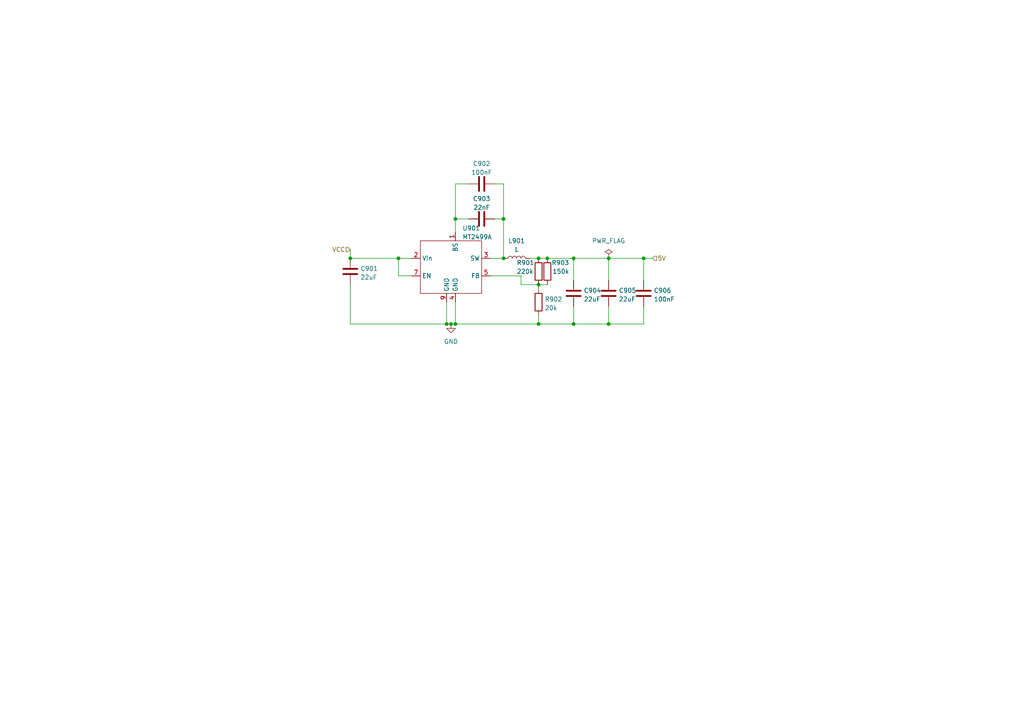
<source format=kicad_sch>
(kicad_sch (version 20230121) (generator eeschema)
  (paper "A4")
  (lib_symbols
    (symbol "Device:C" (pin_numbers hide) (pin_names (offset 0.254))
      (property "Reference" "C" (at 0.635 2.54 0))
      (property "Value" "C" (at 0.635 -2.54 0))
      (symbol "C_0_1"
        (polyline (pts (xy -2.032 -0.762) (xy 2.032 -0.762)) (stroke (width 0.508)))
        (polyline (pts (xy -2.032 0.762) (xy 2.032 0.762)) (stroke (width 0.508)))
      )
      (symbol "C_1_1"
        (pin passive line (at 0 3.81 270) (length 2.794) (name "~") (number "1"))
        (pin passive line (at 0 -3.81 90) (length 2.794) (name "~") (number "2"))
      )
    )
    (symbol "Device:L" (pin_numbers hide) (pin_names (offset 1.016) hide)
      (property "Reference" "L" (at -1.27 0 90))
      (property "Value" "L" (at 1.905 0 90))
      (symbol "L_0_1"
        (arc (start 0 -2.54) (mid 0.6323 -1.905) (end 0 -1.27))
        (arc (start 0 -1.27) (mid 0.6323 -0.635) (end 0 0))
        (arc (start 0 0) (mid 0.6323 0.635) (end 0 1.27))
        (arc (start 0 1.27) (mid 0.6323 1.905) (end 0 2.54))
      )
      (symbol "L_1_1"
        (pin passive line (at 0 3.81 270) (length 1.27) (name "1") (number "1"))
        (pin passive line (at 0 -3.81 90) (length 1.27) (name "2") (number "2"))
      )
    )
    (symbol "Device:R" (pin_numbers hide) (pin_names (offset 0))
      (property "Reference" "R" (at 2.032 0 90))
      (property "Value" "R" (at 0 0 90))
      (symbol "R_0_1"
        (rectangle (start -1.016 -2.54) (end 1.016 2.54) (stroke (width 0.254)))
      )
      (symbol "R_1_1"
        (pin passive line (at 0 3.81 270) (length 1.27) (name "~") (number "1"))
        (pin passive line (at 0 -3.81 90) (length 1.27) (name "~") (number "2"))
      )
    )
    (symbol "custom_kicad_lib_sk:MT499A"
      (property "Reference" "U1" (at 2.0194 9.999 0))
      (property "Value" "MT499A" (at 2.0194 7.4621 0))
      (symbol "MT499A_0_1"
        (rectangle (start -10.16 6.35) (end 7.62 -8.89) (stroke (width 0.1524)))
      )
      (symbol "MT499A_1_1"
        (pin input line (at 0 8.89 270) (length 2.54) (name "BS") (number "1"))
        (pin power_in line (at -12.7 1.27 0) (length 2.54) (name "Vin") (number "2"))
        (pin input line (at 10.16 1.27 180) (length 2.54) (name "SW") (number "3"))
        (pin power_in line (at 0 -11.43 90) (length 2.54) (name "GND") (number "4"))
        (pin input line (at 10.16 -3.81 180) (length 2.54) (name "FB") (number "5"))
        (pin no_connect line (at 8.89 -11.43 180) (length 2.54) hide (name "NC") (number "6"))
        (pin input line (at -12.7 -3.81 0) (length 2.54) (name "EN") (number "7"))
        (pin no_connect line (at 8.89 -13.97 180) (length 2.54) hide (name "NC") (number "8"))
        (pin input line (at -2.54 -11.43 90) (length 2.54) (name "GND") (number "9"))
      )
    )
    (symbol "power:GND" (power) (pin_names (offset 0))
      (property "Value" "GND" (at 0 -3.81 0))
      (symbol "GND_0_1"
        (polyline (pts (xy 0 0) (xy 0 -1.27) (xy 1.27 -1.27) (xy 0 -2.54) (xy -1.27 -1.27) (xy 0 -1.27)))
      )
      (symbol "GND_1_1"
        (pin power_in line (at 0 0 270) (length 0) hide (name "GND") (number "1"))
      )
    )
    (symbol "power:PWR_FLAG" (power) (pin_numbers hide) (pin_names (offset 0) hide)
      (property "Value" "PWR_FLAG" (at 0 3.81 0))
      (symbol "PWR_FLAG_0_0"
        (pin power_out line (at 0 0 90) (length 0) (name "pwr") (number "1"))
      )
      (symbol "PWR_FLAG_0_1"
        (polyline (pts (xy 0 0) (xy 0 1.27) (xy -1.016 1.905) (xy 0 2.54) (xy 1.016 1.905) (xy 0 1.27)))
      )
    )
  )
  (junction (at 101.6 74.93))
  (junction (at 146.05 74.93))
  (junction (at 176.53 93.98))
  (junction (at 176.53 74.93))
  (junction (at 166.37 74.93))
  (junction (at 115.57 74.93))
  (junction (at 158.75 74.93))
  (junction (at 186.69 74.93))
  (junction (at 130.81 93.98))
  (junction (at 156.21 82.55))
  (junction (at 156.21 74.93))
  (junction (at 129.54 93.98))
  (junction (at 156.21 93.98))
  (junction (at 146.05 63.5))
  (junction (at 166.37 93.98))
  (junction (at 132.08 63.5))
  (junction (at 132.08 93.98))
  (wire (pts (xy 115.57 74.93) (xy 119.38 74.93)))
  (wire (pts (xy 156.21 93.98) (xy 156.21 91.44)))
  (wire (pts (xy 166.37 93.98) (xy 156.21 93.98)))
  (wire (pts (xy 158.75 74.93) (xy 166.37 74.93)))
  (wire (pts (xy 129.54 87.63) (xy 129.54 93.98)))
  (wire (pts (xy 129.54 93.98) (xy 101.6 93.98)))
  (wire (pts (xy 156.21 82.55) (xy 156.21 83.82)))
  (wire (pts (xy 130.81 93.98) (xy 129.54 93.98)))
  (wire (pts (xy 156.21 74.93) (xy 158.75 74.93)))
  (wire (pts (xy 101.6 74.93) (xy 115.57 74.93)))
  (wire (pts (xy 176.53 88.9) (xy 176.53 93.98)))
  (wire (pts (xy 166.37 74.93) (xy 176.53 74.93)))
  (wire (pts (xy 176.53 93.98) (xy 166.37 93.98)))
  (wire (pts (xy 132.08 93.98) (xy 130.81 93.98)))
  (wire (pts (xy 176.53 74.93) (xy 186.69 74.93)))
  (wire (pts (xy 156.21 93.98) (xy 132.08 93.98)))
  (wire (pts (xy 151.13 80.01) (xy 151.13 82.55)))
  (wire (pts (xy 135.89 53.34) (xy 132.08 53.34)))
  (wire (pts (xy 142.24 74.93) (xy 146.05 74.93)))
  (wire (pts (xy 186.69 74.93) (xy 189.23 74.93)))
  (wire (pts (xy 153.67 74.93) (xy 156.21 74.93)))
  (wire (pts (xy 146.05 63.5) (xy 146.05 53.34)))
  (wire (pts (xy 176.53 74.93) (xy 176.53 81.28)))
  (wire (pts (xy 132.08 53.34) (xy 132.08 63.5)))
  (wire (pts (xy 115.57 74.93) (xy 115.57 80.01)))
  (wire (pts (xy 146.05 53.34) (xy 143.51 53.34)))
  (wire (pts (xy 186.69 88.9) (xy 186.69 93.98)))
  (wire (pts (xy 146.05 74.93) (xy 146.05 63.5)))
  (wire (pts (xy 166.37 88.9) (xy 166.37 93.98)))
  (wire (pts (xy 101.6 93.98) (xy 101.6 82.55)))
  (wire (pts (xy 166.37 81.28) (xy 166.37 74.93)))
  (wire (pts (xy 132.08 93.98) (xy 132.08 87.63)))
  (wire (pts (xy 186.69 81.28) (xy 186.69 74.93)))
  (wire (pts (xy 132.08 63.5) (xy 135.89 63.5)))
  (wire (pts (xy 119.38 80.01) (xy 115.57 80.01)))
  (wire (pts (xy 156.21 82.55) (xy 158.75 82.55)))
  (wire (pts (xy 101.6 72.39) (xy 101.6 74.93)))
  (wire (pts (xy 186.69 93.98) (xy 176.53 93.98)))
  (wire (pts (xy 151.13 82.55) (xy 156.21 82.55)))
  (wire (pts (xy 132.08 63.5) (xy 132.08 67.31)))
  (wire (pts (xy 146.05 63.5) (xy 143.51 63.5)))
  (wire (pts (xy 142.24 80.01) (xy 151.13 80.01)))
  (hierarchical_label "5V" (shape input) (at 189.23 74.93 0))
  (hierarchical_label "VCC" (shape input) (at 101.6 72.39 180))
  (symbol (lib_id "power:GND") (at 130.81 93.98 0) (unit 1)
    (property "Reference" "#PWR0502" (effects hide))
    (property "Value" "GND" (at 130.81 99.06 0))
  )
  (symbol (lib_id "Device:R") (at 158.75 78.74 180) (unit 1)
    (property "Reference" "R903" (at 165.1 76.2 0) (effects (justify left)))
    (property "Value" "150k" (at 165.1 78.74 0) (effects (justify left)))
    (property "Footprint" "Resistor_SMD:R_0603_1608Metric" (effects hide))
    (property "JLCPCB Part#" "C22807" (effects hide))
    (instances (project "servoDecoderInCabinet" (path "" (reference "R903") (unit 1))) (project "buck_5V" (path "" (reference "R903") (unit 1))) (project "general_schematics" (path "" (reference "R1503") (unit 1))))
  )
  (symbol (lib_id "Device:C") (at 139.7 53.34 90) (unit 1)
    (property "Reference" "C902" (at 139.7 47.4812 90))
    (property "Value" "100nF" (at 139.7 50.0181 90))
    (property "Footprint" "Capacitor_SMD:C_0402_1005Metric" (effects hide))
    (property "JLCPCB Part#" "C307331" (effects hide))
    (instances (project "servoDecoderInCabinet" (path "" (reference "C902") (unit 1))) (project "buck_5V" (path "" (reference "C902") (unit 1))) (project "general_schematics" (path "" (reference "C1502") (unit 1))))
  )
  (symbol (lib_id "Device:C") (at 139.7 63.5 90) (unit 1)
    (property "Reference" "C903" (at 139.7 57.6412 90))
    (property "Value" "22nF" (at 139.7 60.1781 90))
    (property "Footprint" "Capacitor_SMD:C_0402_1005Metric" (effects hide))
    (property "JLCPCB Part#" "C1532" (effects hide))
    (instances (project "servoDecoderInCabinet" (path "" (reference "C903") (unit 1))) (project "buck_5V" (path "" (reference "C903") (unit 1))) (project "general_schematics" (path "" (reference "C1503") (unit 1))))
  )
  (symbol (lib_id "Device:C") (at 176.53 85.09 0) (unit 1)
    (property "Reference" "C905" (at 179.451 84.2553 0) (effects (justify left)))
    (property "Value" "22uF" (at 179.451 86.7922 0) (effects (justify left)))
    (property "Footprint" "Capacitor_SMD:C_0603_1608Metric" (effects hide))
    (property "JLCPCB Part#" "C45783" (effects hide))
    (instances (project "servoDecoderInCabinet" (path "" (reference "C905") (unit 1))) (project "buck_5V" (path "" (reference "C905") (unit 1))) (project "general_schematics" (path "" (reference "C1505") (unit 1))))
  )
  (symbol (lib_id "Device:C") (at 101.6 78.74 0) (unit 1)
    (property "Reference" "C901" (at 104.521 77.9053 0) (effects (justify left)))
    (property "Value" "22uF" (at 104.521 80.4422 0) (effects (justify left)))
    (property "Footprint" "Capacitor_SMD:C_0603_1608Metric" (effects hide))
    (property "JLCPCB Part#" "C45783" (effects hide))
    (instances (project "servoDecoderInCabinet" (path "" (reference "C901") (unit 1))) (project "buck_5V" (path "" (reference "C901") (unit 1))) (project "general_schematics" (path "" (reference "C1501") (unit 1))))
  )
  (symbol (lib_id "Device:R") (at 156.21 87.63 0) (unit 1)
    (property "Reference" "R902" (at 157.988 86.7953 0) (effects (justify left)))
    (property "Value" "20k" (at 157.988 89.3322 0) (effects (justify left)))
    (property "Footprint" "Resistor_SMD:R_0603_1608Metric" (effects hide))
    (property "JLCPCB Part#" "C4328" (effects hide))
    (instances (project "servoDecoderInCabinet" (path "" (reference "R902") (unit 1))) (project "buck_5V" (path "" (reference "R902") (unit 1))) (project "general_schematics" (path "" (reference "R1502") (unit 1))))
  )
  (symbol (lib_id "custom_kicad_lib_sk:MT499A") (at 132.08 76.2 0) (unit 1)
    (property "Reference" "U901" (at 134.0994 66.201 0) (effects (justify left)))
    (property "Value" "MT2499A" (at 134.0994 68.7379 0) (effects (justify left)))
    (property "Footprint" "Package_SO:TI_SO-PowerPAD-8" (effects hide))
    (property "Datasheet" "https://datasheet.lcsc.com/lcsc/2205121200_XI-AN-Aerosemi-Tech-MT2499A_C3007555.pdf" (effects hide))
    (property "JLCPCB Part#" "C3007555" (effects hide))
    (instances (project "servoDecoderInCabinet" (path "" (reference "U901") (unit 1))) (project "buck_5V" (path "" (reference "U901") (unit 1))) (project "general_schematics" (path "" (reference "U1501") (unit 1))))
  )
  (symbol (lib_id "Device:C") (at 166.37 85.09 0) (unit 1)
    (property "Reference" "C904" (at 169.291 84.2553 0) (effects (justify left)))
    (property "Value" "22uF" (at 169.291 86.7922 0) (effects (justify left)))
    (property "Footprint" "Capacitor_SMD:C_0603_1608Metric" (effects hide))
    (property "JLCPCB Part#" "C45783" (effects hide))
    (instances (project "servoDecoderInCabinet" (path "" (reference "C904") (unit 1))) (project "buck_5V" (path "" (reference "C904") (unit 1))) (project "general_schematics" (path "" (reference "C1504") (unit 1))))
  )
  (symbol (lib_id "Device:R") (at 156.21 78.74 0) (unit 1)
    (property "Reference" "R901" (at 149.86 76.2 0) (effects (justify left)))
    (property "Value" "220k" (at 149.86 78.74 0) (effects (justify left)))
    (property "Footprint" "Resistor_SMD:R_0603_1608Metric" (effects hide))
    (property "JLCPCB Part#" "C22961" (effects hide))
    (instances (project "servoDecoderInCabinet" (path "" (reference "R901") (unit 1))) (project "buck_5V" (path "" (reference "R901") (unit 1))) (project "general_schematics" (path "" (reference "R1501") (unit 1))))
  )
  (symbol (lib_id "power:PWR_FLAG") (at 176.53 74.93 0) (unit 1)
    (property "Reference" "#FLG01101" (effects hide))
    (property "Value" "PWR_FLAG" (at 176.53 69.85 0))
    (instances (project "servoDecoderInCabinet" (path "" (reference "#FLG01101") (unit 1)) (path "" (reference "#FLG0501") (unit 1))))
  )
  (symbol (lib_id "Device:C") (at 186.69 85.09 0) (unit 1)
    (property "Reference" "C906" (at 189.611 84.2553 0) (effects (justify left)))
    (property "Value" "100nF" (at 189.611 86.7922 0) (effects (justify left)))
    (property "Footprint" "Capacitor_SMD:C_0402_1005Metric" (effects hide))
    (property "JLCPCB Part#" "C307331" (effects hide))
    (instances (project "servoDecoderInCabinet" (path "" (reference "C906") (unit 1))) (project "buck_5V" (path "" (reference "C906") (unit 1))) (project "general_schematics" (path "" (reference "C1506") (unit 1))))
  )
  (symbol (lib_id "Device:L") (at 149.86 74.93 90) (unit 1)
    (property "Reference" "L901" (at 149.86 69.85 90))
    (property "Value" "L" (at 149.86 72.39 90))
    (property "Footprint" "Inductor_SMD:L_Bourns-SRN8040_8x8.15mm" (effects hide))
    (property "JLCPCB Part#" "C2929438" (effects hide))
    (instances (project "servoDecoderInCabinet" (path "" (reference "L901") (unit 1))) (project "buck_5V" (path "" (reference "L901") (unit 1))) (project "general_schematics" (path "" (reference "L1501") (unit 1))))
  )
)
</source>
